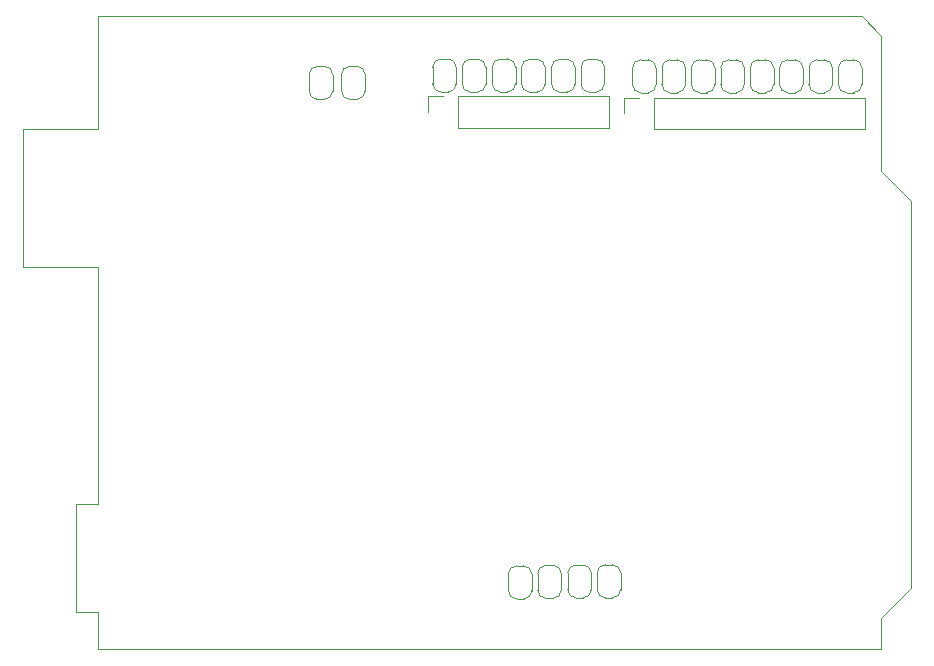
<source format=gbr>
%TF.GenerationSoftware,KiCad,Pcbnew,(5.1.10)-1*%
%TF.CreationDate,2021-06-07T20:05:56+02:00*%
%TF.ProjectId,AirFlow,41697246-6c6f-4772-9e6b-696361645f70,rev?*%
%TF.SameCoordinates,Original*%
%TF.FileFunction,Legend,Bot*%
%TF.FilePolarity,Positive*%
%FSLAX46Y46*%
G04 Gerber Fmt 4.6, Leading zero omitted, Abs format (unit mm)*
G04 Created by KiCad (PCBNEW (5.1.10)-1) date 2021-06-07 20:05:56*
%MOMM*%
%LPD*%
G01*
G04 APERTURE LIST*
%ADD10C,0.120000*%
G04 APERTURE END LIST*
D10*
%TO.C,A1*%
X160556400Y-92045600D02*
X163096400Y-94585600D01*
X160556400Y-80615600D02*
X160556400Y-92045600D01*
X158906400Y-78965600D02*
X160556400Y-80615600D01*
X94256400Y-78965600D02*
X158906400Y-78965600D01*
X94256400Y-88495600D02*
X94256400Y-78965600D01*
X87906400Y-88495600D02*
X94256400Y-88495600D01*
X87906400Y-100175600D02*
X87906400Y-88495600D01*
X94256400Y-100175600D02*
X87906400Y-100175600D01*
X94256400Y-120245600D02*
X94256400Y-100175600D01*
X92356400Y-120245600D02*
X94256400Y-120245600D01*
X92356400Y-129385600D02*
X92356400Y-120245600D01*
X94256400Y-129385600D02*
X92356400Y-129385600D01*
X94256400Y-132565600D02*
X94256400Y-129385600D01*
X160556400Y-132565600D02*
X94256400Y-132565600D01*
X160556400Y-129895600D02*
X160556400Y-132565600D01*
X163096400Y-127355600D02*
X160556400Y-129895600D01*
X163096400Y-94585600D02*
X163096400Y-127355600D01*
%TO.C,J5*%
X138776400Y-85842800D02*
X138776400Y-87172800D01*
X140106400Y-85842800D02*
X138776400Y-85842800D01*
X141376400Y-85842800D02*
X141376400Y-88502800D01*
X141376400Y-88502800D02*
X159216400Y-88502800D01*
X141376400Y-85842800D02*
X159216400Y-85842800D01*
X159216400Y-85842800D02*
X159216400Y-88502800D01*
%TO.C,J6*%
X122164800Y-85741200D02*
X122164800Y-87071200D01*
X123494800Y-85741200D02*
X122164800Y-85741200D01*
X124764800Y-85741200D02*
X124764800Y-88401200D01*
X124764800Y-88401200D02*
X137524800Y-88401200D01*
X124764800Y-85741200D02*
X137524800Y-85741200D01*
X137524800Y-85741200D02*
X137524800Y-88401200D01*
%TO.C,JP0*%
X158937200Y-84733600D02*
X158937200Y-83333600D01*
X158237200Y-82633600D02*
X157637200Y-82633600D01*
X156937200Y-83333600D02*
X156937200Y-84733600D01*
X157637200Y-85433600D02*
X158237200Y-85433600D01*
X158237200Y-85433600D02*
G75*
G03*
X158937200Y-84733600I0J700000D01*
G01*
X156937200Y-84733600D02*
G75*
G03*
X157637200Y-85433600I700000J0D01*
G01*
X157637200Y-82633600D02*
G75*
G03*
X156937200Y-83333600I0J-700000D01*
G01*
X158937200Y-83333600D02*
G75*
G03*
X158237200Y-82633600I-700000J0D01*
G01*
%TO.C,JP1*%
X155148000Y-85433600D02*
X155748000Y-85433600D01*
X154448000Y-83333600D02*
X154448000Y-84733600D01*
X155748000Y-82633600D02*
X155148000Y-82633600D01*
X156448000Y-84733600D02*
X156448000Y-83333600D01*
X156448000Y-83333600D02*
G75*
G03*
X155748000Y-82633600I-700000J0D01*
G01*
X155148000Y-82633600D02*
G75*
G03*
X154448000Y-83333600I0J-700000D01*
G01*
X154448000Y-84733600D02*
G75*
G03*
X155148000Y-85433600I700000J0D01*
G01*
X155748000Y-85433600D02*
G75*
G03*
X156448000Y-84733600I0J700000D01*
G01*
%TO.C,JP2*%
X153958800Y-84733600D02*
X153958800Y-83333600D01*
X153258800Y-82633600D02*
X152658800Y-82633600D01*
X151958800Y-83333600D02*
X151958800Y-84733600D01*
X152658800Y-85433600D02*
X153258800Y-85433600D01*
X153258800Y-85433600D02*
G75*
G03*
X153958800Y-84733600I0J700000D01*
G01*
X151958800Y-84733600D02*
G75*
G03*
X152658800Y-85433600I700000J0D01*
G01*
X152658800Y-82633600D02*
G75*
G03*
X151958800Y-83333600I0J-700000D01*
G01*
X153958800Y-83333600D02*
G75*
G03*
X153258800Y-82633600I-700000J0D01*
G01*
%TO.C,JP3*%
X150169600Y-85433600D02*
X150769600Y-85433600D01*
X149469600Y-83333600D02*
X149469600Y-84733600D01*
X150769600Y-82633600D02*
X150169600Y-82633600D01*
X151469600Y-84733600D02*
X151469600Y-83333600D01*
X151469600Y-83333600D02*
G75*
G03*
X150769600Y-82633600I-700000J0D01*
G01*
X150169600Y-82633600D02*
G75*
G03*
X149469600Y-83333600I0J-700000D01*
G01*
X149469600Y-84733600D02*
G75*
G03*
X150169600Y-85433600I700000J0D01*
G01*
X150769600Y-85433600D02*
G75*
G03*
X151469600Y-84733600I0J700000D01*
G01*
%TO.C,JP4*%
X148980400Y-84733600D02*
X148980400Y-83333600D01*
X148280400Y-82633600D02*
X147680400Y-82633600D01*
X146980400Y-83333600D02*
X146980400Y-84733600D01*
X147680400Y-85433600D02*
X148280400Y-85433600D01*
X148280400Y-85433600D02*
G75*
G03*
X148980400Y-84733600I0J700000D01*
G01*
X146980400Y-84733600D02*
G75*
G03*
X147680400Y-85433600I700000J0D01*
G01*
X147680400Y-82633600D02*
G75*
G03*
X146980400Y-83333600I0J-700000D01*
G01*
X148980400Y-83333600D02*
G75*
G03*
X148280400Y-82633600I-700000J0D01*
G01*
%TO.C,JP5*%
X145191200Y-85433600D02*
X145791200Y-85433600D01*
X144491200Y-83333600D02*
X144491200Y-84733600D01*
X145791200Y-82633600D02*
X145191200Y-82633600D01*
X146491200Y-84733600D02*
X146491200Y-83333600D01*
X146491200Y-83333600D02*
G75*
G03*
X145791200Y-82633600I-700000J0D01*
G01*
X145191200Y-82633600D02*
G75*
G03*
X144491200Y-83333600I0J-700000D01*
G01*
X144491200Y-84733600D02*
G75*
G03*
X145191200Y-85433600I700000J0D01*
G01*
X145791200Y-85433600D02*
G75*
G03*
X146491200Y-84733600I0J700000D01*
G01*
%TO.C,JP6*%
X142702000Y-85433600D02*
X143302000Y-85433600D01*
X142002000Y-83333600D02*
X142002000Y-84733600D01*
X143302000Y-82633600D02*
X142702000Y-82633600D01*
X144002000Y-84733600D02*
X144002000Y-83333600D01*
X144002000Y-83333600D02*
G75*
G03*
X143302000Y-82633600I-700000J0D01*
G01*
X142702000Y-82633600D02*
G75*
G03*
X142002000Y-83333600I0J-700000D01*
G01*
X142002000Y-84733600D02*
G75*
G03*
X142702000Y-85433600I700000J0D01*
G01*
X143302000Y-85433600D02*
G75*
G03*
X144002000Y-84733600I0J700000D01*
G01*
%TO.C,JP7*%
X141512800Y-84733600D02*
X141512800Y-83333600D01*
X140812800Y-82633600D02*
X140212800Y-82633600D01*
X139512800Y-83333600D02*
X139512800Y-84733600D01*
X140212800Y-85433600D02*
X140812800Y-85433600D01*
X140812800Y-85433600D02*
G75*
G03*
X141512800Y-84733600I0J700000D01*
G01*
X139512800Y-84733600D02*
G75*
G03*
X140212800Y-85433600I700000J0D01*
G01*
X140212800Y-82633600D02*
G75*
G03*
X139512800Y-83333600I0J-700000D01*
G01*
X141512800Y-83333600D02*
G75*
G03*
X140812800Y-82633600I-700000J0D01*
G01*
%TO.C,JP8*%
X137144000Y-84682800D02*
X137144000Y-83282800D01*
X136444000Y-82582800D02*
X135844000Y-82582800D01*
X135144000Y-83282800D02*
X135144000Y-84682800D01*
X135844000Y-85382800D02*
X136444000Y-85382800D01*
X136444000Y-85382800D02*
G75*
G03*
X137144000Y-84682800I0J700000D01*
G01*
X135144000Y-84682800D02*
G75*
G03*
X135844000Y-85382800I700000J0D01*
G01*
X135844000Y-82582800D02*
G75*
G03*
X135144000Y-83282800I0J-700000D01*
G01*
X137144000Y-83282800D02*
G75*
G03*
X136444000Y-82582800I-700000J0D01*
G01*
%TO.C,JP9*%
X133354800Y-85382800D02*
X133954800Y-85382800D01*
X132654800Y-83282800D02*
X132654800Y-84682800D01*
X133954800Y-82582800D02*
X133354800Y-82582800D01*
X134654800Y-84682800D02*
X134654800Y-83282800D01*
X134654800Y-83282800D02*
G75*
G03*
X133954800Y-82582800I-700000J0D01*
G01*
X133354800Y-82582800D02*
G75*
G03*
X132654800Y-83282800I0J-700000D01*
G01*
X132654800Y-84682800D02*
G75*
G03*
X133354800Y-85382800I700000J0D01*
G01*
X133954800Y-85382800D02*
G75*
G03*
X134654800Y-84682800I0J700000D01*
G01*
%TO.C,JP10*%
X132114800Y-84682800D02*
X132114800Y-83282800D01*
X131414800Y-82582800D02*
X130814800Y-82582800D01*
X130114800Y-83282800D02*
X130114800Y-84682800D01*
X130814800Y-85382800D02*
X131414800Y-85382800D01*
X131414800Y-85382800D02*
G75*
G03*
X132114800Y-84682800I0J700000D01*
G01*
X130114800Y-84682800D02*
G75*
G03*
X130814800Y-85382800I700000J0D01*
G01*
X130814800Y-82582800D02*
G75*
G03*
X130114800Y-83282800I0J-700000D01*
G01*
X132114800Y-83282800D02*
G75*
G03*
X131414800Y-82582800I-700000J0D01*
G01*
%TO.C,JP11*%
X128325600Y-85372400D02*
X128925600Y-85372400D01*
X127625600Y-83272400D02*
X127625600Y-84672400D01*
X128925600Y-82572400D02*
X128325600Y-82572400D01*
X129625600Y-84672400D02*
X129625600Y-83272400D01*
X129625600Y-83272400D02*
G75*
G03*
X128925600Y-82572400I-700000J0D01*
G01*
X128325600Y-82572400D02*
G75*
G03*
X127625600Y-83272400I0J-700000D01*
G01*
X127625600Y-84672400D02*
G75*
G03*
X128325600Y-85372400I700000J0D01*
G01*
X128925600Y-85372400D02*
G75*
G03*
X129625600Y-84672400I0J700000D01*
G01*
%TO.C,JP12*%
X125785600Y-85382800D02*
X126385600Y-85382800D01*
X125085600Y-83282800D02*
X125085600Y-84682800D01*
X126385600Y-82582800D02*
X125785600Y-82582800D01*
X127085600Y-84682800D02*
X127085600Y-83282800D01*
X127085600Y-83282800D02*
G75*
G03*
X126385600Y-82582800I-700000J0D01*
G01*
X125785600Y-82582800D02*
G75*
G03*
X125085600Y-83282800I0J-700000D01*
G01*
X125085600Y-84682800D02*
G75*
G03*
X125785600Y-85382800I700000J0D01*
G01*
X126385600Y-85382800D02*
G75*
G03*
X127085600Y-84682800I0J700000D01*
G01*
%TO.C,JP13*%
X124596400Y-84672400D02*
X124596400Y-83272400D01*
X123896400Y-82572400D02*
X123296400Y-82572400D01*
X122596400Y-83272400D02*
X122596400Y-84672400D01*
X123296400Y-85372400D02*
X123896400Y-85372400D01*
X123896400Y-85372400D02*
G75*
G03*
X124596400Y-84672400I0J700000D01*
G01*
X122596400Y-84672400D02*
G75*
G03*
X123296400Y-85372400I700000J0D01*
G01*
X123296400Y-82572400D02*
G75*
G03*
X122596400Y-83272400I0J-700000D01*
G01*
X124596400Y-83272400D02*
G75*
G03*
X123896400Y-82572400I-700000J0D01*
G01*
%TO.C,JP_SCL1*%
X113431600Y-83192400D02*
X112831600Y-83192400D01*
X114131600Y-85292400D02*
X114131600Y-83892400D01*
X112831600Y-85992400D02*
X113431600Y-85992400D01*
X112131600Y-83892400D02*
X112131600Y-85292400D01*
X112831600Y-83192400D02*
G75*
G03*
X112131600Y-83892400I0J-700000D01*
G01*
X114131600Y-83892400D02*
G75*
G03*
X113431600Y-83192400I-700000J0D01*
G01*
X113431600Y-85992400D02*
G75*
G03*
X114131600Y-85292400I0J700000D01*
G01*
X112131600Y-85292400D02*
G75*
G03*
X112831600Y-85992400I700000J0D01*
G01*
%TO.C,JP_SDA1*%
X114874800Y-83892400D02*
X114874800Y-85292400D01*
X115574800Y-85992400D02*
X116174800Y-85992400D01*
X116874800Y-85292400D02*
X116874800Y-83892400D01*
X116174800Y-83192400D02*
X115574800Y-83192400D01*
X114874800Y-85292400D02*
G75*
G03*
X115574800Y-85992400I700000J0D01*
G01*
X116174800Y-85992400D02*
G75*
G03*
X116874800Y-85292400I0J700000D01*
G01*
X116874800Y-83892400D02*
G75*
G03*
X116174800Y-83192400I-700000J0D01*
G01*
X115574800Y-83192400D02*
G75*
G03*
X114874800Y-83892400I0J-700000D01*
G01*
%TO.C,JP3V3*%
X130997200Y-127588000D02*
X130997200Y-126188000D01*
X130297200Y-125488000D02*
X129697200Y-125488000D01*
X128997200Y-126188000D02*
X128997200Y-127588000D01*
X129697200Y-128288000D02*
X130297200Y-128288000D01*
X130997200Y-126188000D02*
G75*
G03*
X130297200Y-125488000I-700000J0D01*
G01*
X129697200Y-125488000D02*
G75*
G03*
X128997200Y-126188000I0J-700000D01*
G01*
X128997200Y-127588000D02*
G75*
G03*
X129697200Y-128288000I700000J0D01*
G01*
X130297200Y-128288000D02*
G75*
G03*
X130997200Y-127588000I0J700000D01*
G01*
%TO.C,JP5V1*%
X132186400Y-128247600D02*
X132786400Y-128247600D01*
X131486400Y-126147600D02*
X131486400Y-127547600D01*
X132786400Y-125447600D02*
X132186400Y-125447600D01*
X133486400Y-127547600D02*
X133486400Y-126147600D01*
X132786400Y-128247600D02*
G75*
G03*
X133486400Y-127547600I0J700000D01*
G01*
X131486400Y-127547600D02*
G75*
G03*
X132186400Y-128247600I700000J0D01*
G01*
X132186400Y-125447600D02*
G75*
G03*
X131486400Y-126147600I0J-700000D01*
G01*
X133486400Y-126147600D02*
G75*
G03*
X132786400Y-125447600I-700000J0D01*
G01*
%TO.C,JPGND1*%
X138515600Y-127496800D02*
X138515600Y-126096800D01*
X137815600Y-125396800D02*
X137215600Y-125396800D01*
X136515600Y-126096800D02*
X136515600Y-127496800D01*
X137215600Y-128196800D02*
X137815600Y-128196800D01*
X138515600Y-126096800D02*
G75*
G03*
X137815600Y-125396800I-700000J0D01*
G01*
X137215600Y-125396800D02*
G75*
G03*
X136515600Y-126096800I0J-700000D01*
G01*
X136515600Y-127496800D02*
G75*
G03*
X137215600Y-128196800I700000J0D01*
G01*
X137815600Y-128196800D02*
G75*
G03*
X138515600Y-127496800I0J700000D01*
G01*
%TO.C,JPGND2*%
X134726400Y-128207200D02*
X135326400Y-128207200D01*
X134026400Y-126107200D02*
X134026400Y-127507200D01*
X135326400Y-125407200D02*
X134726400Y-125407200D01*
X136026400Y-127507200D02*
X136026400Y-126107200D01*
X135326400Y-128207200D02*
G75*
G03*
X136026400Y-127507200I0J700000D01*
G01*
X134026400Y-127507200D02*
G75*
G03*
X134726400Y-128207200I700000J0D01*
G01*
X134726400Y-125407200D02*
G75*
G03*
X134026400Y-126107200I0J-700000D01*
G01*
X136026400Y-126107200D02*
G75*
G03*
X135326400Y-125407200I-700000J0D01*
G01*
%TD*%
M02*

</source>
